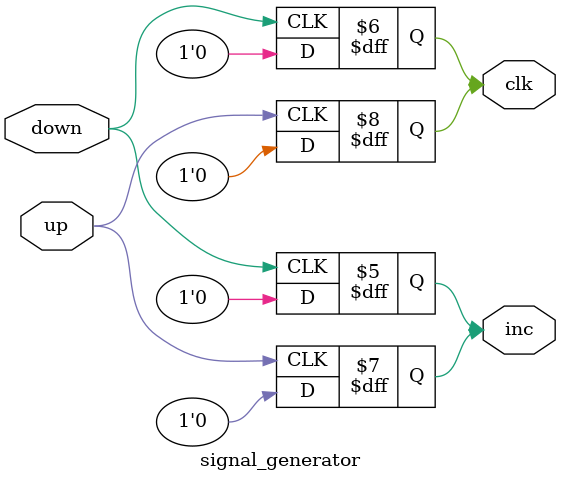
<source format=v>
module signal_generator(input wire up,
                        input wire down,
                        output reg inc = 0,
                        output reg clk = 0);

    // on falling edge of button up, inc = 1, clk -> 1 -> 0
    // on falling edge of button down, inc = 0, clk -> 1 -> 0
    always @(negedge up) begin
        inc = 1;
        clk = 1;
        #1
        clk = 0;
        inc = 0;
    end
    always@(negedge down) begin
        inc = 0;
        clk = 1;
        #1
        clk = 0;
        inc = 0;
    end
endmodule
</source>
